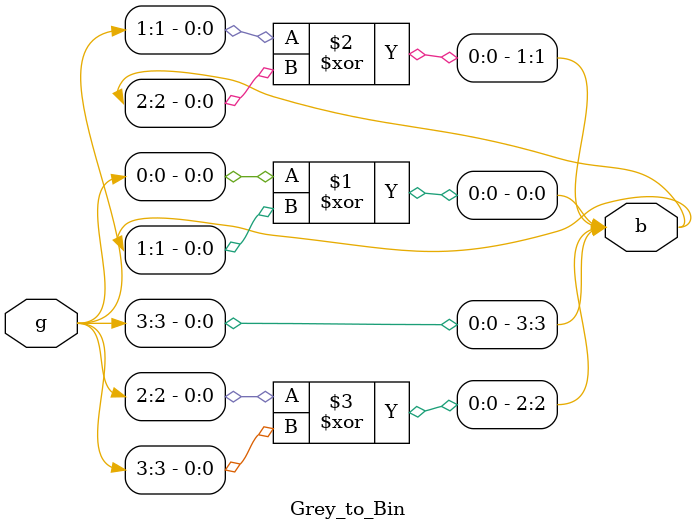
<source format=v>
`timescale 1ns / 1ps

/* grey to binary converters */
module Grey_to_Bin(
output [3:0] b,
input[3:0]g);
assign b[0] = g[0] ^ b[1];
assign b[1] = g[1] ^ b[2];
assign b[2] = g[2] ^ b[3];
assign b[3] = g[3];
endmodule

</source>
